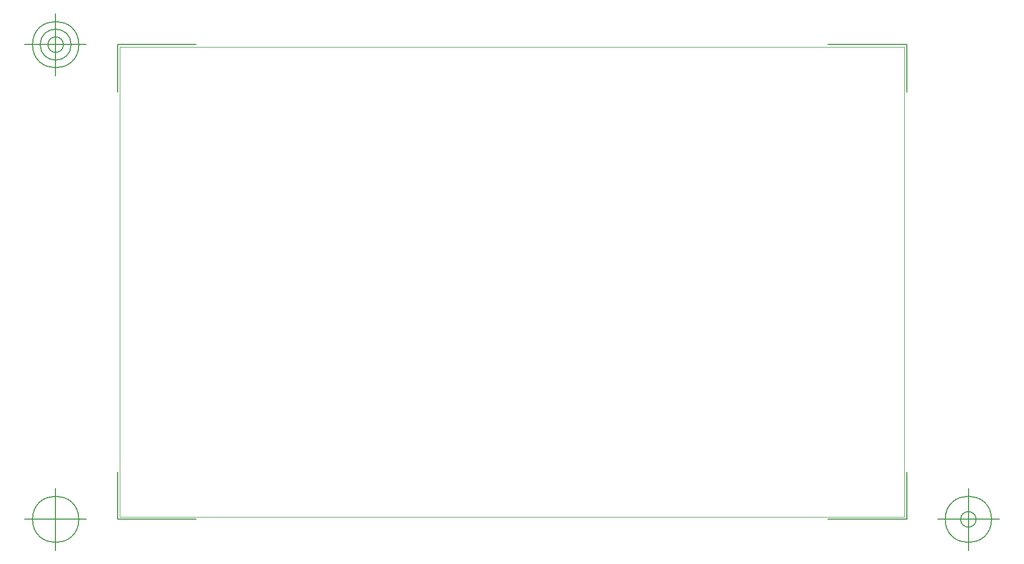
<source format=gbr>
G04 Generated by Ultiboard 12.0 *
%FSLAX25Y25*%
%MOIN*%

%ADD10C,0.00001*%
%ADD11C,0.00004*%
%ADD12C,0.00500*%


G04 ColorRGB 00FFFF for the following layer *
%LNBoard Outline*%
%LPD*%
G54D10*
G54D11*
X0Y0D02*
X500000Y0D01*
X500000Y300000D01*
X0Y300000D01*
X0Y0D01*
G54D12*
X-1500Y-1500D02*
X-1500Y28800D01*
X-1500Y-1500D02*
X48800Y-1500D01*
X501500Y-1500D02*
X451200Y-1500D01*
X501500Y-1500D02*
X501500Y28800D01*
X501500Y301500D02*
X501500Y271200D01*
X501500Y301500D02*
X451200Y301500D01*
X-1500Y301500D02*
X48800Y301500D01*
X-1500Y301500D02*
X-1500Y271200D01*
X-21185Y-1500D02*
X-60555Y-1500D01*
X-40870Y-21185D02*
X-40870Y18185D01*
X-55634Y-1500D02*
G75*
D01*
G02X-55634Y-1500I14764J0*
G01*
X521185Y-1500D02*
X560555Y-1500D01*
X540870Y-21185D02*
X540870Y18185D01*
X526106Y-1500D02*
G75*
D01*
G02X526106Y-1500I14764J0*
G01*
X535949Y-1500D02*
G75*
D01*
G02X535949Y-1500I4921J0*
G01*
X-21185Y301500D02*
X-60555Y301500D01*
X-40870Y281815D02*
X-40870Y321185D01*
X-55634Y301500D02*
G75*
D01*
G02X-55634Y301500I14764J0*
G01*
X-50713Y301500D02*
G75*
D01*
G02X-50713Y301500I9843J0*
G01*
X-45791Y301500D02*
G75*
D01*
G02X-45791Y301500I4921J0*
G01*

M00*

</source>
